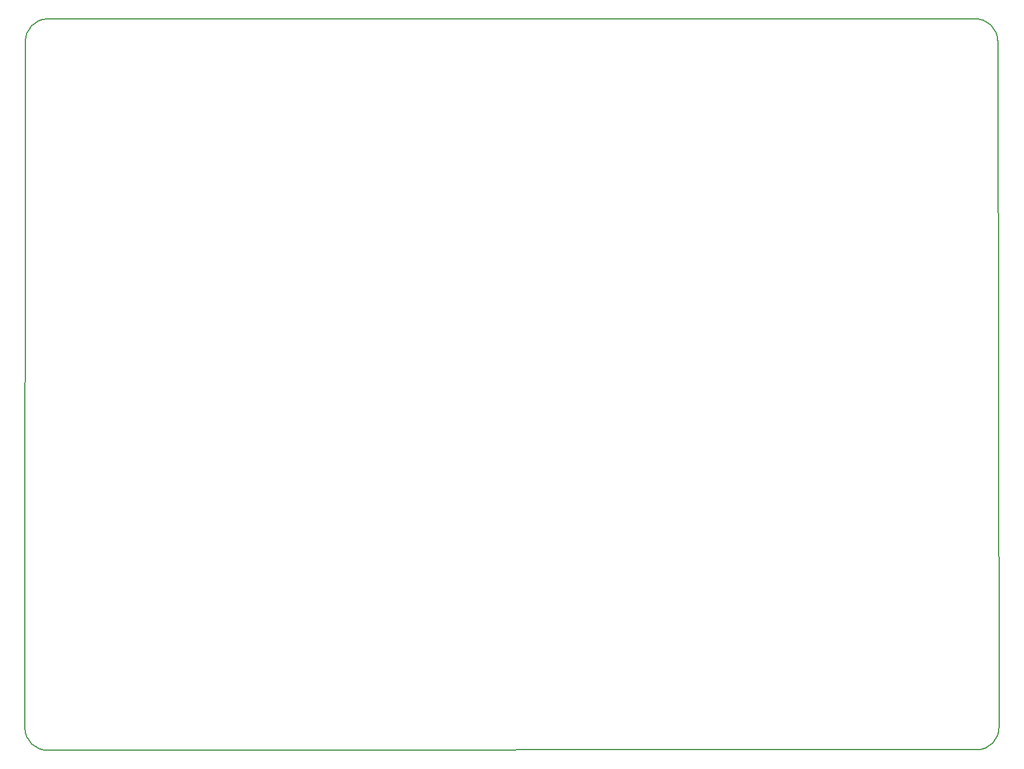
<source format=gm1>
G04 #@! TF.GenerationSoftware,KiCad,Pcbnew,6.0.1-79c1e3a40b~116~ubuntu20.04.1*
G04 #@! TF.CreationDate,2022-02-07T20:48:49+08:00*
G04 #@! TF.ProjectId,Nucleo_F446_power_can_shield,4e75636c-656f-45f4-9634-34365f706f77,rev?*
G04 #@! TF.SameCoordinates,Original*
G04 #@! TF.FileFunction,Profile,NP*
%FSLAX46Y46*%
G04 Gerber Fmt 4.6, Leading zero omitted, Abs format (unit mm)*
G04 Created by KiCad (PCBNEW 6.0.1-79c1e3a40b~116~ubuntu20.04.1) date 2022-02-07 20:48:49*
%MOMM*%
%LPD*%
G01*
G04 APERTURE LIST*
G04 #@! TA.AperFunction,Profile*
%ADD10C,0.150000*%
G04 #@! TD*
G04 APERTURE END LIST*
D10*
X130176375Y-116702149D02*
G75*
G03*
X133454600Y-119877149I3176626J1D01*
G01*
X266656149Y-119823625D02*
G75*
G03*
X269831149Y-116545400I-1J3176626D01*
G01*
X266372400Y-14971000D02*
X133429000Y-14969375D01*
X269650625Y-18014852D02*
X269831149Y-116545400D01*
X133429000Y-14969375D02*
G75*
G03*
X130254000Y-18247600I1J-3176626D01*
G01*
X130176375Y-116702149D02*
X130254000Y-18247600D01*
X266656149Y-119823625D02*
X133454600Y-119877149D01*
X269650625Y-18141851D02*
G75*
G03*
X266372400Y-14966851I-3176626J-1D01*
G01*
M02*

</source>
